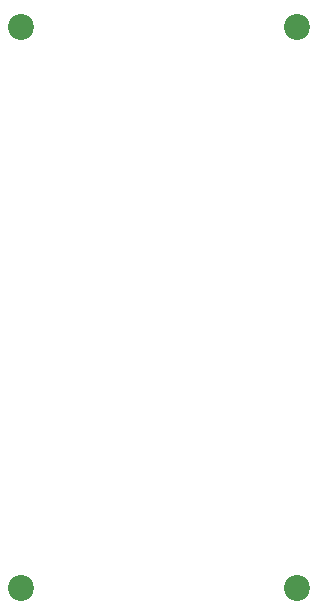
<source format=gbr>
%TF.GenerationSoftware,KiCad,Pcbnew,(5.1.9)-1*%
%TF.CreationDate,2021-05-16T17:21:24+01:00*%
%TF.ProjectId,bottom,626f7474-6f6d-42e6-9b69-6361645f7063,rev?*%
%TF.SameCoordinates,Original*%
%TF.FileFunction,Soldermask,Top*%
%TF.FilePolarity,Negative*%
%FSLAX46Y46*%
G04 Gerber Fmt 4.6, Leading zero omitted, Abs format (unit mm)*
G04 Created by KiCad (PCBNEW (5.1.9)-1) date 2021-05-16 17:21:24*
%MOMM*%
%LPD*%
G01*
G04 APERTURE LIST*
%ADD10C,2.200000*%
G04 APERTURE END LIST*
D10*
%TO.C,H4*%
X169494200Y-143789400D03*
%TD*%
%TO.C,H3*%
X146075400Y-143764000D03*
%TD*%
%TO.C,H2*%
X169468800Y-96291400D03*
%TD*%
%TO.C,H1*%
X146075400Y-96291400D03*
%TD*%
M02*

</source>
